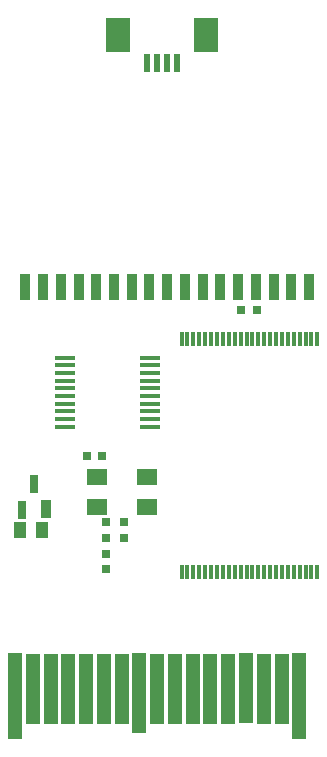
<source format=gbr>
%TF.GenerationSoftware,KiCad,Pcbnew,(6.0.2)*%
%TF.CreationDate,2022-09-17T11:41:15-05:00*%
%TF.ProjectId,REF2160,52454632-3136-4302-9e6b-696361645f70,rev?*%
%TF.SameCoordinates,Original*%
%TF.FileFunction,Paste,Top*%
%TF.FilePolarity,Positive*%
%FSLAX46Y46*%
G04 Gerber Fmt 4.6, Leading zero omitted, Abs format (unit mm)*
G04 Created by KiCad (PCBNEW (6.0.2)) date 2022-09-17 11:41:15*
%MOMM*%
%LPD*%
G01*
G04 APERTURE LIST*
%ADD10R,0.800000X0.800000*%
%ADD11R,1.000000X1.350000*%
%ADD12R,0.750000X1.600000*%
%ADD13R,0.870000X1.600000*%
%ADD14R,0.800000X1.600000*%
%ADD15R,1.651000X0.431800*%
%ADD16R,2.000000X3.000000*%
%ADD17R,0.550000X1.630000*%
%ADD18R,0.950000X2.250000*%
%ADD19R,1.200000X7.250000*%
%ADD20R,1.200000X6.000000*%
%ADD21R,1.200000X6.750000*%
%ADD22R,1.700000X1.350000*%
%ADD23R,0.300000X1.300000*%
G04 APERTURE END LIST*
D10*
%TO.C,C4*%
X145116000Y-108636000D03*
X146425000Y-108635000D03*
%TD*%
%TO.C,C2*%
X146739000Y-115602000D03*
X146738000Y-114293000D03*
%TD*%
D11*
%TO.C,C1*%
X139477000Y-114946000D03*
X141302000Y-114946000D03*
%TD*%
D12*
%TO.C,U4*%
X139635000Y-113201000D03*
D13*
X141702000Y-113195000D03*
D14*
X140708000Y-111014000D03*
%TD*%
D15*
%TO.C,U3*%
X150514200Y-106196000D03*
X150514200Y-105545999D03*
X150514200Y-104896001D03*
X150514200Y-104245999D03*
X150514200Y-103596001D03*
X150514200Y-102946002D03*
X150514200Y-102296001D03*
X150514200Y-101646002D03*
X150514200Y-100996001D03*
X150514200Y-100346002D03*
X143249800Y-100346000D03*
X143249800Y-100995998D03*
X143249800Y-101645999D03*
X143249800Y-102295998D03*
X143249800Y-102945999D03*
X143249800Y-103595998D03*
X143249800Y-104245999D03*
X143249800Y-104895998D03*
X143249800Y-105545999D03*
X143249800Y-106195998D03*
%TD*%
D16*
%TO.C,J1*%
X147770000Y-73037000D03*
X155194000Y-73035000D03*
D17*
X150233000Y-75375000D03*
X151067000Y-75380000D03*
X151937000Y-75380000D03*
X152811000Y-75379000D03*
%TD*%
D18*
%TO.C,U6*%
X163929000Y-94392000D03*
X162459000Y-94385000D03*
X160950000Y-94389000D03*
X159448000Y-94389000D03*
X157938000Y-94390000D03*
X156427000Y-94390000D03*
X154958000Y-94389000D03*
X153450000Y-94394000D03*
X151941000Y-94388000D03*
X150438000Y-94391000D03*
X148966000Y-94390000D03*
X147457000Y-94392000D03*
X145912000Y-94395000D03*
X144439000Y-94390000D03*
X142937000Y-94394000D03*
X141390000Y-94386000D03*
X139876000Y-94389000D03*
%TD*%
D10*
%TO.C,C3*%
X148329000Y-115599000D03*
X148328000Y-114290000D03*
%TD*%
D19*
%TO.C,U1*%
X139048000Y-129001000D03*
D20*
X140590000Y-128355000D03*
X142105000Y-128363000D03*
X143564000Y-128355000D03*
X145071000Y-128362000D03*
X146634000Y-128362000D03*
X148133000Y-128362000D03*
D21*
X149560000Y-128705000D03*
D20*
X151057000Y-128370000D03*
X152620000Y-128370000D03*
X154127000Y-128362000D03*
X155602000Y-128362000D03*
X157101000Y-128362000D03*
X158600000Y-128354000D03*
X160115000Y-128362000D03*
X161630000Y-128362000D03*
D19*
X163137000Y-128995000D03*
%TD*%
D22*
%TO.C,X1*%
X146027000Y-112965000D03*
X150197000Y-112965000D03*
X150196000Y-110463000D03*
X146029000Y-110463000D03*
%TD*%
D10*
%TO.C,C5*%
X158227000Y-96294000D03*
X159536000Y-96293000D03*
%TD*%
%TO.C,R1*%
X146741000Y-118242000D03*
X146740000Y-116933000D03*
%TD*%
D23*
%TO.C,U2*%
X153161000Y-118472000D03*
X153661000Y-118472000D03*
X154161000Y-118472000D03*
X154661000Y-118472000D03*
X155161000Y-118472000D03*
X155661000Y-118472000D03*
X156161000Y-118472000D03*
X156661000Y-118472000D03*
X157161000Y-118472000D03*
X157661000Y-118472000D03*
X158161000Y-118472000D03*
X158661000Y-118472000D03*
X159161000Y-118472000D03*
X159661000Y-118472000D03*
X160161000Y-118472000D03*
X160661000Y-118472000D03*
X161161000Y-118472000D03*
X161661000Y-118472000D03*
X162161000Y-118472000D03*
X162661000Y-118472000D03*
X163161000Y-118472000D03*
X163661000Y-118472000D03*
X164161000Y-118472000D03*
X164661000Y-118472000D03*
X164661000Y-98772000D03*
X164161000Y-98772000D03*
X163661000Y-98772000D03*
X163161000Y-98772000D03*
X162661000Y-98772000D03*
X162161000Y-98772000D03*
X161661000Y-98772000D03*
X161161000Y-98772000D03*
X160661000Y-98772000D03*
X160161000Y-98772000D03*
X159661000Y-98772000D03*
X159161000Y-98772000D03*
X158661000Y-98772000D03*
X158161000Y-98772000D03*
X157661000Y-98772000D03*
X157161000Y-98772000D03*
X156661000Y-98772000D03*
X156161000Y-98772000D03*
X155661000Y-98772000D03*
X155161000Y-98772000D03*
X154661000Y-98772000D03*
X154161000Y-98772000D03*
X153661000Y-98772000D03*
X153161000Y-98772000D03*
%TD*%
M02*

</source>
